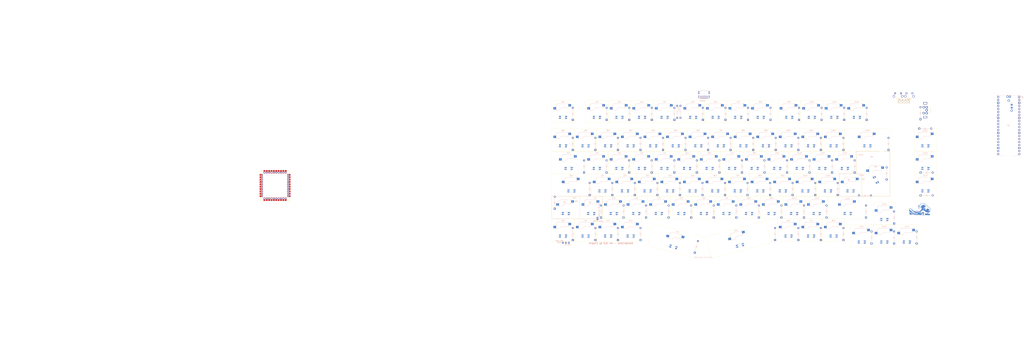
<source format=kicad_pcb>
(kicad_pcb (version 20221018) (generator pcbnew)
  (layers (0 "F.Cu" signal) (31 "B.Cu" signal) (34 "B.Paste" user) (35 "F.Paste" user) (36 "B.SilkS" user "B.Silkscreen") (37 "F.SilkS" user "F.Silkscreen") (38 "B.Mask" user) (39 "F.Mask" user) (44 "Edge.Cuts" user))
  (net 0 "")
  (net 1 "row00")
  (net 2 "Net-(DA0-A)")
  (net 3 "Net-(DA1-A)")
  (net 4 "Net-(DA2-A)")
  (net 5 "Net-(DA3-A)")
  (net 6 "Net-(DA4-A)")
  (net 7 "Net-(DA5-A)")
  (net 8 "Net-(DA6-A)")
  (net 9 "Net-(DA7-A)")
  (net 10 "Net-(DA8-A)")
  (net 11 "Net-(DA9-A)")
  (net 12 "Net-(DA10-A)")
  (net 13 "Net-(DA11-A)")
  (net 14 "Net-(DA12-A)")
  (net 15 "row01")
  (net 16 "Net-(DB0-A)")
  (net 17 "Net-(DB1-A)")
  (net 18 "Net-(DB2-A)")
  (net 19 "Net-(DB3-A)")
  (net 20 "Net-(DB4-A)")
  (net 21 "Net-(DB5-A)")
  (net 22 "Net-(DB6-A)")
  (net 23 "Net-(DB7-A)")
  (net 24 "Net-(DB8-A)")
  (net 25 "Net-(DB9-A)")
  (net 26 "Net-(DB10-A)")
  (net 27 "Net-(DB11-A)")
  (net 28 "Net-(DB12-A)")
  (net 29 "Net-(DB13-A)")
  (net 30 "Net-(DC0-A)")
  (net 31 "row02")
  (net 32 "Net-(DC1-A)")
  (net 33 "Net-(DC2-A)")
  (net 34 "Net-(DC3-A)")
  (net 35 "Net-(DC4-A)")
  (net 36 "Net-(DC5-A)")
  (net 37 "Net-(DC6-A)")
  (net 38 "Net-(DC7-A)")
  (net 39 "Net-(DC8-A)")
  (net 40 "Net-(DC9-A)")
  (net 41 "Net-(DC10-A)")
  (net 42 "Net-(DC11-A)")
  (net 43 "Net-(DC12-A)")
  (net 44 "/KC13_out")
  (net 45 "row03")
  (net 46 "Net-(DD0-A)")
  (net 47 "Net-(DD1-A)")
  (net 48 "Net-(DD2-A)")
  (net 49 "Net-(DD3-A)")
  (net 50 "Net-(DD4-A)")
  (net 51 "Net-(DD5-A)")
  (net 52 "Net-(DD6-A)")
  (net 53 "Net-(DD7-A)")
  (net 54 "Net-(DD8-A)")
  (net 55 "Net-(DD9-A)")
  (net 56 "Net-(DD10-A)")
  (net 57 "Net-(DD11-A)")
  (net 58 "/KD12_out")
  (net 59 "Net-(DD13-A)")
  (net 60 "row04")
  (net 61 "/KE0_out")
  (net 62 "Net-(DE1-A)")
  (net 63 "Net-(DE2-A)")
  (net 64 "Net-(DE3-A)")
  (net 65 "Net-(DE4-A)")
  (net 66 "Net-(DE5-A)")
  (net 67 "Net-(DE6-A)")
  (net 68 "Net-(DE7-A)")
  (net 69 "Net-(DE8-A)")
  (net 70 "Net-(DE9-A)")
  (net 71 "Net-(DE10-A)")
  (net 72 "Net-(DE11-A)")
  (net 73 "Net-(DE12-A)")
  (net 74 "row05")
  (net 75 "Net-(DE13-A)")
  (net 76 "Net-(DF0-A)")
  (net 77 "Net-(DF1-A)")
  (net 78 "Net-(DF2-A)")
  (net 79 "Net-(DF3-A)")
  (net 80 "Net-(DF4-A)")
  (net 81 "Net-(DF5-A)")
  (net 82 "Net-(DF6-A)")
  (net 83 "Net-(DF7-A)")
  (net 84 "Net-(DF8-A)")
  (net 85 "VCC")
  (net 86 "GND")
  (net 89 "ENCB")
  (net 90 "ENCA")
  (net 91 "col00")
  (net 92 "col01")
  (net 93 "col02")
  (net 94 "col03")
  (net 95 "col04")
  (net 96 "col05")
  (net 97 "col06")
  (net 98 "col07")
  (net 99 "col08")
  (net 100 "col09")
  (net 101 "col10")
  (net 102 "col11")
  (net 103 "Net-(DF9-A)")
  (net 104 "Net-(DF10-A)")
  (net 105 "/SW99B")
  (net 106 "RESET")
  (net 107 "/IN_B13")
  (net 108 "/IN_A0")
  (net 109 "/IN_A1")
  (net 110 "/IN_A2")
  (net 111 "/IN_A3")
  (net 112 "/IN_A4")
  (net 113 "/IN_A5")
  (net 114 "/IN_A6")
  (net 115 "/IN_A7")
  (net 116 "/IN_A8")
  (net 117 "/IN_A9")
  (net 118 "/IN_A10")
  (net 119 "/IN_A11")
  (net 120 "/IN_B0")
  (net 121 "/IN_C13")
  (net 122 "/IN_B1")
  (net 123 "/IN_B2")
  (net 124 "/IN_B3")
  (net 125 "/IN_B4")
  (net 126 "/IN_B5")
  (net 127 "/IN_B6")
  (net 128 "/IN_B7")
  (net 129 "/IN_B8")
  (net 130 "/IN_B9")
  (net 131 "/IN_B10")
  (net 132 "/IN_B11")
  (net 133 "/IN_B12")
  (net 134 "/IN_C0")
  (net 135 "/IN_C1")
  (net 136 "/IN_C2")
  (net 137 "/IN_D12")
  (net 138 "/IN_C3")
  (net 139 "/IN_C4")
  (net 140 "/IN_C5")
  (net 141 "/IN_C6")
  (net 142 "/IN_C7")
  (net 143 "/IN_C8")
  (net 144 "/IN_C9")
  (net 145 "/IN_C10")
  (net 146 "/IN_C11")
  (net 147 "/IN_C12")
  (net 148 "/IN_E11")
  (net 149 "/IN_D0")
  (net 150 "/IN_D1")
  (net 151 "/IN_D2")
  (net 152 "/IN_D3")
  (net 153 "/IN_D4")
  (net 154 "/IN_D5")
  (net 155 "/IN_D6")
  (net 156 "/IN_D7")
  (net 157 "/IN_D8")
  (net 158 "/IN_D11")
  (net 159 "/IN_D9")
  (net 160 "/IN_D10")
  (net 161 "/IN_D13")
  (net 162 "/IN_F0")
  (net 163 "/IN_E0")
  (net 164 "/IN_E1")
  (net 165 "/IN_E2")
  (net 166 "/IN_E3")
  (net 167 "/IN_E4")
  (net 168 "/IN_E5")
  (net 169 "/IN_E6")
  (net 170 "/IN_E7")
  (net 171 "/IN_E8")
  (net 172 "/IN_E9")
  (net 173 "/IN_E10")
  (net 174 "/IN_F12")
  (net 175 "/IN_E12")
  (net 176 "/IN_E13")
  (net 177 "/IN_F1")
  (net 178 "/IN_F2")
  (net 179 "/IN_F3")
  (net 180 "/IN_F4")
  (net 181 "/IN_F5")
  (net 182 "/IN_F6")
  (net 183 "/IN_F7")
  (net 184 "/IN_F8")
  (net 185 "/IN_F9")
  (net 186 "/IN_F10")
  (net 187 "/IN_F11")
  (net 188 "/IN_F13")
  (net 189 "+5V")
  (net 190 "RGB_Out")
  (net 191 "RGB_Matrix")
  (net 192 "Net-(DF11-A)")
  (net 193 "col13")
  (net 194 "col12")
  (net 195 "Net-(DF12-A)")
  (net 196 "D+")
  (net 197 "D-")
  (net 198 "Net-(DF13-A)")
  (net 199 "Net-(JUSB1-CC1)")
  (net 201 "Net-(JUSB1-CC2)")
  (net 205 "BOOTSEL")
  (footprint "Keyboard:SW_Cherry_MX_1.00u_SK6812MINI-E_Hotswap" (layer "F.Cu") (at 743.915 89.235)
    (fp_text reference "KD13" hide)
    (fp_text value "KEY_SW" hide)
    (fp_line (start 7.825 13.025) (end 11.225 13.025) (stroke (width 0.12)) (layer "Edge.Cuts"))
    (fp_line (start 7.825 16.025) (end 7.825 13.025) (stroke (width 0.12)) (layer "Edge.Cuts"))
    (fp_line (start 11.225 13.025) (end 11.225 16.025) (stroke (width 0.12)) (layer "Edge.Cuts"))
    (fp_line (start 11.225 16.025) (end 7.825 16.025) (stroke (width 0.12)) (layer "Edge.Cuts"))
  )
  (footprint "Keyboard:Diode_THT" (layer "F.Cu") (at 647.9275 82.9225 90)
    (fp_text reference "DA9" hide)
    (fp_text value "D" hide)
  )
  (footprint "Keyboard:Diode_THT" (layer "F.Cu") (at 696.21 147.0677)
    (fp_text reference "DD12" hide)
    (fp_text value "D" hide)
  )
  (footprint "Keyboard:conn_3pins" (layer "F.Cu") (at 449.67 185.655)
    (fp_text reference "J4")
    (fp_text value "Conn_01x03")
  )
  (footprint "Keyboard:RotaryEncoder_EC11-Switch_Horizontal_H15mm" (layer "F.Cu") (at 753.265 73.635)
    (fp_text reference "SWA13" hide)
    (fp_text value "Rotary_Encoder_Switch")
  )
  (footprint "Keyboard:SW_Cherry_MX_1.00u_SK6812MINI-E_Hotswap" (layer "F.Cu") (at 547.64 65.135)
    (fp_text reference "KA5" hide)
    (fp_text value "KEY_SW" hide)
    (fp_line (start 7.825 13.025) (end 11.225 13.025) (stroke (width 0.12)) (layer "Edge.Cuts"))
    (fp_line (start 7.825 16.025) (end 7.825 13.025) (stroke (width 0.12)) (layer "Edge.Cuts"))
    (fp_line (start 11.225 13.025) (end 11.225 16.025) (stroke (width 0.12)) (layer "Edge.Cuts"))
    (fp_line (start 11.225 16.025) (end 7.825 16.025) (stroke (width 0.12)) (layer "Edge.Cuts"))
  )
  (footprint "Keyboard:Diode_THT" (layer "F.Cu") (at 628.24 108.285 90)
    (fp_text reference "DB9" hide)
    (fp_text value "D" hide)
  )
  (footprint "Keyboard:SW_Cherry_MX_1.00u_SK6812MINI-E_Hotswap" (layer "F.Cu") (at 690.1525 170.485)
    (fp_text reference "KF9" hide)
    (fp_text value "KEY_SW" hide)
    (fp_line (start 7.825 13.025) (end 11.225 13.025) (stroke (width 0.12)) (layer "Edge.Cuts"))
    (fp_line (start 7.825 16.025) (end 7.825 13.025) (stroke (width 0.12)) (layer "Edge.Cuts"))
    (fp_line (start 11.225 13.025) (end 11.225 16.025) (stroke (width 0.12)) (layer "Edge.Cuts"))
    (fp_line (start 11.225 16.025) (end 7.825 16.025) (stroke (width 0.12)) (layer "Edge.Cuts"))
  )
  (footprint "Keyboard:Diode_THT" (layer "F.Cu") (at 685.39 184.485 90)
    (fp_text reference "DF8" hide)
    (fp_text value "D" hide)
  )
  (footprint "Keyboard:SW_Cherry_MX_1.00u_SK6812MINI-E_Hotswap" (layer "F.Cu") (at 580.615 108.285)
    (fp_text reference "KC7" hide)
    (fp_text value "KEY_SW" hide)
    (fp_line (start 7.825 13.025) (end 11.225 13.025) (stroke (width 0.12)) (layer "Edge.Cuts"))
    (fp_line (start 7.825 16.025) (end 7.825 13.025) (stroke (width 0.12)) (layer "Edge.Cuts"))
    (fp_line (start 11.225 13.025) (end 11.225 16.025) (stroke (width 0.12)) (layer "Edge.Cuts"))
    (fp_line (start 11.225 16.025) (end 7.825 16.025) (stroke (width 0.12)) (layer "Edge.Cuts"))
  )
  (footprint "Keyboard:Diode_THT" (layer "F.Cu") (at 694.915 127.335 90)
    (fp_text reference "DC12" hide)
    (fp_text value "D" hide)
  )
  (footprint "Keyboard:Diode_THT" (layer "F.Cu") (at 747.11 90.4677)
    (fp_text reference "DD13" hide)
    (fp_text value "D" hide)
  )
  (footprint "Keyboard:SW_Cherry_MX_1.00u_SK6812MINI-E_Hotswap" (layer "F.Cu") (at 652.0525 146.385)
    (fp_text reference "KE11" hide)
    (fp_text value "KEY_SW" hide)
    (fp_line (start 7.825 13.025) (end 11.225 13.025) (stroke (width 0.12)) (layer "Edge.Cuts"))
    (fp_line (start 7.825 16.025) (end 7.825 13.025) (stroke (width 0.12)) (layer "Edge.Cuts"))
    (fp_line (start 11.225 13.025) (end 11.225 16.025) (stroke (width 0.12)) (layer "Edge.Cuts"))
    (fp_line (start 11.225 16.025) (end 7.825 16.025) (stroke (width 0.12)) (layer "Edge.Cuts"))
  )
  (footprint "Keyboard:SW_RST" (layer "F.Cu") (at 730.33 59.395)
    (fp_text reference "RSW0" hide)
    (fp_text value "SW_RST")
  )
  (footprint "Keyboard:SW_Cherry_MX_1.00u_SK6812MINI-E_Hotswap" (layer "F.Cu") (at 618.715 108.285)
    (fp_text reference "KC9" hide)
    (fp_text value "KEY_SW" hide)
    (fp_line (start 7.825 13.025) (end 11.225 13.025) (stroke (width 0.12)) (layer "Edge.Cuts"))
    (fp_line (start 7.825 16.025) (end 7.825 13.025) (stroke (width 0.12)) (layer "Edge.Cuts"))
    (fp_line (start 11.225 13.025) (end 11.225 16.025) (stroke (width 0.12)) (layer "Edge.Cuts"))
    (fp_line (start 11.225 16.025) (end 7.825 16.025) (stroke (width 0.12)) (layer "Edge.Cuts"))
  )
  (footprint "Keyboard:SW_Cherry_MX_1.00u_SK6812MINI-E_Hotswap" (layer "F.Cu") (at 609.19 89.235)
    (fp_text reference "KB9" hide)
    (fp_text value "KEY_SW" hide)
    (fp_line (start 7.825 13.025) (end 11.225 13.025) (stroke (width 0.12)) (layer "Edge.Cuts"))
    (fp_line (start 7.825 16.025) (end 7.825 13.025) (stroke (width 0.12)) (layer "Edge.Cuts"))
    (fp_line (start 11.225 13.025) (end 11.225 16.025) (stroke (width 0.12)) (layer "Edge.Cuts"))
    (fp_line (start 11.225 16.025) (end 7.825 16.025) (stroke (width 0.12)) (layer "Edge.Cuts"))
  )
  (footprint "Keyboard:Diode_THT" (layer "F.Cu") (at 504.4775 82.9225 90)
    (fp_text reference "DA2" hide)
    (fp_text value "D" hide)
  )
  (footprint "Keyboard:Diode_THT" (layer "F.Cu") (at 686.0275 82.9225 90)
    (fp_text reference "DA11" hide)
    (fp_text value "D" hide)
  )
  (footprint "Keyboard:Diode_THT" (layer "F.Cu") (at 685.39 108.285 90)
    (fp_text reference "DB12" hide)
    (fp_text value "D" hide)
  )
  (footprint "Keyboard:Diode_THT" (layer "F.Cu") (at 580.615 127.335 90)
    (fp_text reference "DC6" hide)
    (fp_text value "D" hide)
  )
  (footprint "Keyboard:Diode_THT" (layer "F.Cu") (at 623.4775 146.385 90)
    (fp_text reference "DD8" hide)
    (fp_text value "D" hide)
  )
  (footprint "Keyboard:SW_Cherry_MX_1.00u_SK6812MINI-E_Hotswap" (layer "F.Cu") (at 494.895 165.435)
    (fp_text reference "KF3" hide)
    (fp_text value "KEY_SW" hide)
    (fp_line (start 7.825 13.025) (end 11.225 13.025) (stroke (width 0.12)) (layer "Edge.Cuts"))
    (fp_line (start 7.825 16.025) (end 7.825 13.025) (stroke (width 0.12)) (layer "Edge.Cuts"))
    (fp_line (start 11.225 13.025) (end 11.225 16.025) (stroke (width 0.12)) (layer "Edge.Cuts"))
    (fp_line (start 11.225 16.025) (end 7.825 16.025) (stroke (width 0.12)) (layer "Edge.Cuts"))
  )
  (footprint "Keyboard:Diode_THT" (layer "F.Cu") (at 537.7525 165.435 90)
    (fp_text reference "DE4" hide)
    (fp_text value "D" hide)
  )
  (footprint "Keyboard:Diode_THT" (layer "F.Cu") (at 485.4275 82.9225 90)
    (fp_text reference "DA1" hide)
    (fp_text value "D" hide)
  )
  (footprint "Keyboard:Diode_THT" (layer "F.Cu") (at 627.7075 184.4625 90)
    (fp_text reference "DF5" hide)
    (fp_text value "D" hide)
  )
  (footprint "Keyboard:Diode_THT" (layer "F.Cu") (at 604.4275 146.385 90)
    (fp_text reference "DD7" hide)
    (fp_text value "D" hide)
  )
  (footprint "Keyboard:SW_Cherry_MX_1.00u_SK6812MINI-E_Hotswap" (layer "F.Cu") (at 437.74 89.235)
    (fp_text reference "KB0" hide)
    (fp_text value "KEY_SW" hide)
    (fp_line (start 7.825 13.025) (end 11.225 13.025) (stroke (width 0.12)) (layer "Edge.Cuts"))
    (fp_line (start 7.825 16.025) (end 7.825 13.025) (stroke (width 0.12)) (layer "Edge.Cuts"))
    (fp_line (start 11.225 13.025) (end 11.225 16.025) (stroke (width 0.12)) (layer "Edge.Cuts"))
    (fp_line (start 11.225 16.025) (end 7.825 16.025) (stroke (width 0.12)) (layer "Edge.Cuts"))
  )
  (footprint "Keyboard:Diode_THT" (layer "F.Cu") (at 490.1275 146.385 90)
    (fp_text reference "DD1" hide)
    (fp_text value "D" hide)
  )
  (footprint "Keyboard:SW_Cherry_MX_1.00u_SK6812MINI-E_Hotswap" (layer "F.Cu") (at 485.365 108.285)
    (fp_text reference "KC2" hide)
    (fp_text value "KEY_SW" hide)
    (fp_line (start 7.825 13.025) (end 11.225 13.025) (stroke (width 0.12)) (layer "Edge.Cuts"))
    (fp_line (start 7.825 16.025) (end 7.825 13.025) (stroke (width 0.12)) (layer "Edge.Cuts"))
    (fp_line (start 11.225 13.025) (end 11.225 16.025) (stroke (width 0.12)) (layer "Edge.Cuts"))
    (fp_line (start 11.225 16.025) (end 7.825 16.025) (stroke (width 0.12)) (layer "Edge.Cuts"))
  )
  (footprint "Keyboard:SW_Cherry_MX_1.00u_SK6812MINI-E_Hotswap" (layer "F.Cu") (at 585.3775 127.335)
    (fp_text reference "KD7" hide)
    (fp_text value "KEY_SW" hide)
    (fp_line (start 7.825 13.025) (end 11.225 13.025) (stroke (width 0.12)) (layer "Edge.Cuts"))
    (fp_line (start 7.825 16.025) (end 7.825 13.025) (stroke (width 0.12)) (layer "Edge.Cuts"))
    (fp_line (start 11.225 13.025) (end 11.225 16.025) (stroke (width 0.12)) (layer "Edge.Cuts"))
    (fp_line (start 11.225 16.025) (end 7.825 16.025) (stroke (width 0.12)) (layer "Edge.Cuts"))
  )
  (footprint "Keyboard:SW_Cherry_MX_1.00u_SK6812MINI-E_Hotswap" (layer "F.Cu") (at 585.74 65.135)
    (fp_text reference "KA7" hide)
    (fp_text value "KEY_SW" hide)
    (fp_line (start 7.825 13.025) (end 11.225 13.025) (stroke (width 0.12)) (layer "Edge.Cuts"))
    (fp_line (start 7.825 16.025) (end 7.825 13.025) (stroke (width 0.12)) (layer "Edge.Cuts"))
    (fp_line (start 11.225 13.025) (end 11.225 16.025) (stroke (width 0.12)) (layer "Edge.Cuts"))
    (fp_line (start 11.225 16.025) (end 7.825 16.025) (stroke (width 0.12)) (layer "Edge.Cuts"))
  )
  (footprint "Keyboard:SW_Cherry_MX_1.00u_SK6812MINI-E_Hotswap" (layer "F.Cu") (at 504.415 108.285)
    (fp_text reference "KC3" hide)
    (fp_text value "KEY_SW" hide)
    (fp_line (start 7.825 13.025) (end 11.225 13.025) (stroke (width 0.12)) (layer "Edge.Cuts"))
    (fp_line (start 7.825 16.025) (end 7.825 13.025) (stroke (width 0.12)) (layer "Edge.Cuts"))
    (fp_line (start 11.225 13.025) (end 11.225 16.025) (stroke (width 0.12)) (layer "Edge.Cuts"))
    (fp_line (start 11.225 16.025) (end 7.825 16.025) (stroke (width 0.12)) (layer "Edge.Cuts"))
  )
  (footprint "Keyboard:Diode_THT" (layer "F.Cu") (at 523.5275 82.9225 90)
    (fp_text reference "DA3" hide)
    (fp_text value "D" hide)
  )
  (footprint "Keyboard:Diode_THT" (layer "F.Cu") (at 475.8425 184.4648 90)
    (fp_text reference "DF1" hide)
    (fp_text value "D" hide)
  )
  (footprint "Keyboard:Diode_THT" (layer "F.Cu") (at 728.2525 170.485 90)
    (fp_text reference "DF12" hide)
    (fp_text value "D" hide)
  )
  (footprint "Keyboard:Diode_THT" (layer "F.Cu") (at 575.8525 165.435 90)
    (fp_text reference "DE6" hide)
    (fp_text value "D" hide)
  )
  (footprint "Keyboard:SW_Cherry_MX_1.00u_SK6812MINI-E_Hotswap" (layer "F.Cu") (at 647.94 65.135)
    (fp_text reference "KA10" hide)
    (fp_text value "KEY_SW" hide)
    (fp_line (start 7.825 13.025) (end 11.225 13.025) (stroke (width 0.12)) (layer "Edge.Cuts"))
    (fp_line (start 7.825 16.025) (end 7.825 13.025) (stroke (width 0.12)) (layer "Edge.Cuts"))
    (fp_line (start 11.225 13.025) (end 11.225 16.025) (stroke (width 0.12)) (layer "Edge.Cuts"))
    (fp_line (start 11.225 16.025) (end 7.825 16.025) (stroke (width 0.12)) (layer "Edge.Cuts"))
  )
  (footprint "Keyboard:SW_Cherry_MX_1.00u_SK6812MINI-E_Hotswap" (layer "F.Cu") (at 542.515 108.285)
    (fp_text reference "KC5" hide)
    (fp_text value "KEY_SW" hide)
    (fp_line (start 7.825 13.025) (end 11.225 13.025) (stroke (width 0.12)) (layer "Edge.Cuts"))
    (fp_line (start 7.825 16.025) (end 7.825 13.025) (stroke (width 0.12)) (layer "Edge.Cuts"))
    (fp_line (start 11.225 13.025) (end 11.225 16.025) (stroke (width 0.12)) (layer "Edge.Cuts"))
    (fp_line (start 11.225 16.025) (end 7.825 16.025) (stroke (width 0.12)) (layer "Edge.Cuts"))
  )
  (footprint "Keyboard:Diode_THT" (layer "F.Cu") (at 585.7275 82.9225 90)
    (fp_text reference "DA6" hide)
    (fp_text value "D" hide)
  )
  (footprint "Keyboard:Diode_THT" (layer "F.Cu") (at 561.565 127.335 90)
    (fp_text reference "DC5" hide)
    (fp_text value "D" hide)
  )
  (footprint "Keyboard:Diode_THT" (layer "F.Cu") (at 604.7775 82.9225 90)
    (fp_text reference "DA7" hide)
    (fp_text value "D" hide)
  )
  (footprint "Keyboard:SW_Cherry_MX_1.00u_SK6812MINI-E_Hotswap" (layer "F.Cu") (at 728.2525 170.485)
    (fp_text reference "KF11" hide)
    (fp_text value "KEY_SW" hide)
    (fp_line (start 7.825 13.025) (end 11.225 13.025) (stroke (width 0.12)) (layer "Edge.Cuts"))
    (fp_line (start 7.825 16.025) (end 7.825 13.025) (stroke (width 0.12)) (layer "Edge.Cuts"))
    (fp_line (start 11.225 13.025) (end 11.225 16.025) (stroke (width 0.12)) (layer "Edge.Cuts"))
    (fp_line (start 11.225 16.025) (end 7.825 16.025) (stroke (width 0.12)) (layer "Edge.Cuts"))
  )
  (footprint "Keyboard:Resistors_THT" (layer "F.Cu") (at 546.43 80.115 90)
    (fp_text reference "R1" hide)
    (fp_text value "5.1k")
  )
  (footprint "Keyboard:SW_Cherry_MX_1.00u_SK6812MINI-E_Hotswap" (layer "F.Cu") (at 575.8525 146.385)
    (fp_text reference "KE7" hide)
    (fp_text value "KEY_SW" hide)
    (fp_line (start 7.825 13.025) (end 11.225 13.025) (stroke (width 0.12)) (layer "Edge.Cuts"))
    (fp_line (start 7.825 16.025) (end 7.825 13.025) (stroke (width 0.12)) (layer "Edge.Cuts"))
    (fp_line (start 11.225 13.025) (end 11.225 16.025) (stroke (width 0.12)) (layer "Edge.Cuts"))
    (fp_line (start 11.225 16.025) (end 7.825 16.025) (stroke (width 0.12)) (layer "Edge.Cuts"))
  )
  (footprint "Keyboard:SW_Cherry_MX_1.00u_SK6812MINI-E_Hotswap" (layer "F.Cu") (at 709.2025 151.435)
    (fp_text reference "KF12" hide)
    (fp_text value "KEY_SW" hide)
    (fp_line (start 7.825 13.025) (end 11.225 13.025) (stroke (width 0.12)) (layer "Edge.Cuts"))
    (fp_line (start 7.825 16.025) (end 7.825 13.025) (stroke (width 0.12)) (layer "Edge.Cuts"))
    (fp_line (start 11.225 13.025) (end 11.225 16.025) (stroke (width 0.12)) (layer "Edge.Cuts"))
    (fp_line (start 11.225 16.025) (end 7.825 16.025) (stroke (width 0.12)) (layer "Edge.Cuts"))
  )
  (footprint "Keyboard:SK6812-MINI-E_back" (layer "F.Cu") (at 711.56 132.485 -60)
    (fp_text reference "DCa13" hide)
    (fp_text value "LED_sk2812_SM" hide)
    (fp_line (start -1.7 -1.5) (end 1.7 -1.5) (stroke (width 0.12)) (layer "Edge.Cuts"))
    (fp_line (start -1.7 1.5) (end -1.7 -1.5) (stroke (width 0.12)) (layer "Edge.Cuts"))
    (fp_line (start 1.7 -1.5) (end 1.7 1.5) (stroke (width 0.12)) (layer "Edge.Cuts"))
    (fp_line (start 1.7 1.5) (end -1.7 1.5) (stroke (width 0.12)) (layer "Edge.Cuts"))
  )
  (footprint "Keyboard:Diode_THT" (layer "F.Cu") (at 721.9675 133.2725 90)
    (fp_text reference "DC13" hide)
    (fp_text value "D" hide)
  )
  (footprint "Keyboard:Diode_THT" (layer "F.Cu") (at 509.1775 146.385 90)
    (fp_text reference "DD2" hide)
    (fp_text value "D" hide)
  )
  (footprint "Keyboard:SW_Cherry_MX_1.00u_SK6812MINI-E_Hotswap" (layer "F.Cu") (at 537.7525 146.385)
    (fp_text reference "KE5" hide)
    (fp_text value "KEY_SW" hide)
    (fp_line (start 7.825 13.025) (end 11.225 13.025) (stroke (width 0.12)) (layer "Edge.Cuts"))
    (fp_line (start 7.825 16.025) (end 7.825 13.025) (stroke (width 0.12)) (layer "Edge.Cuts"))
    (fp_line (start 11.225 13.025) (end 11.225 16.025) (stroke (width 0.12)) (layer "Edge.Cuts"))
    (fp_line (start 11.225 16.025) (end 7.825 16.025) (stroke (width 0.12)) (layer "Edge.Cuts"))
  )
  (footprint "Keyboard:SW_Cherry_MX_1.00u_SK6812MINI-E_Hotswap" (layer "F.Cu") (at 532.99 89.235)
    (fp_text reference "KB5" hide)
    (fp_text value "KEY_SW" hide)
    (fp_line (start 7.825 13.025) (end 11.225 13.025) (stroke (width 0.12)) (layer "Edge.Cuts"))
    (fp_line (start 7.825 16.025) (end 7.825 13.025) (stroke (width 0.12)) (layer "Edge.Cuts"))
    (fp_line (start 11.225 13.025) (end 11.225 16.025) (stroke (width 0.12)) (layer "Edge.Cuts"))
    (fp_line (start 11.225 16.025) (end 7.825 16.025) (stroke (width 0.12)) (layer "Edge.Cuts"))
  )
  (footprint "Keyboard:Diode_THT" (layer "F.Cu") (at 633.0025 165.435 90)
    (fp_text reference "DE9" hide)
    (fp_text value "D" hide)
  )
  (footprint "Keyboard:Diode_THT" (layer "F.Cu") (at 709.1775 187.337134 90)
    (fp_text reference "DF9" hide)
    (fp_text value "D" hide)
  )
  (footprint "Keyboard:SW_Cherry_MX_1.00u_SK6812MINI-E_Hotswap" (layer "F.Cu") (at 642.5275 127.335)
    (fp_text reference "KD10" hide)
    (fp_text value "KEY_SW" hide)
    (fp_line (start 7.825 13.025) (end 11.225 13.025) (stroke (width 0.12)) (layer "Edge.Cuts"))
    (fp_line (start 7.825 16.025) (end 7.825 13.025) (stroke (width 0.12)) (layer "Edge.Cuts"))
    (fp_line (start 11.225 13.025) (end 11.225 16.025) (stroke (width 0.12)) (layer "Edge.Cuts"))
    (fp_line (start 11.225 16.025) (end 7.825 16.025) (stroke (width 0.12)) (layer "Edge.Cuts"))
  )
  (footprint "Keyboard:Diode_THT" (layer "F.Cu") (at 637.765 127.335 90)
    (fp_text reference "DC9" hide)
    (fp_text value "D" hide)
  )
  (footprint "Keyboard:SW_Cherry_MX_1.00u_SK6812MINI-E_Hotswap" (layer "F.Cu") (at 437.74 65.135)
    (fp_text reference "KA0" hide)
    (fp_text value "KEY_SW" hide)
    (fp_line (start 7.825 13.025) (end 11.225 13.025) (stroke (width 0.12)) (layer "Edge.Cuts"))
    (fp_line (start 7.825 16.025) (end 7.825 13.025) (stroke (width 0.12)) (layer "Edge.Cuts"))
    (fp_line (start 11.225 13.025) (end 11.225 16.025) (stroke (width 0.12)) (layer "Edge.Cuts"))
    (fp_line (start 11.225 16.025) (end 7.825 16.025) (stroke (width 0.12)) (layer "Edge.Cuts"))
  )
  (footprint "Keyboard:Diode_THT" (layer "F.Cu") (at 456.79 108.285 90)
    (fp_text reference "DB0" hide)
    (fp_text value "D" hide)
  )
  (footprint "Keyboard:SW_Cherry_MX_1.00u_SK6812MINI-E_Hotswap" (layer "F.Cu") (at 471.0775 127.335)
    (fp_text reference "KD1" hide)
    (fp_text value "KEY_SW" hide)
    (fp_line (start 7.825 13.025) (end 11.225 13.025) (stroke (width 0.12)) (layer "Edge.Cuts"))
    (fp_line (start 7.825 16.025) (end 7.825 13.025) (stroke (width 0.12)) (layer "Edge.Cuts"))
    (fp_line (start 11.225 13.025) (end 11.225 16.025) (stroke (width 0.12)) (layer "Edge.Cuts"))
    (fp_line (start 11.225 16.025) (end 7.825 16.025) (stroke (width 0.12)) (layer "Edge.Cuts"))
  )
  (footprint "Keyboard:SW_Cherry_MX_1.00u_SK6812MINI-E_Hotswap" (layer "F.Cu") (at 628.24 89.235)
    (fp_text reference "KB10" hide)
    (fp_text value "KEY_SW" hide)
    (fp_line (start 7.825 13.025) (end 11.225 13.025) (stroke (width 0.12)) (layer "Edge.Cuts"))
    (fp_line (start 7.825 16.025) (end 7.825 13.025) (stroke (width 0.12)) (layer "Edge.Cuts"))
    (fp_line (start 11.225 13.025) (end 11.225 16.025) (stroke (width 0.12)) (layer "Edge.Cuts"))
    (fp_line (start 11.225 16.025) (end 7.825 16.025) (stroke (width 0.12)) (layer "Edge.Cuts"))
  )
  (footprint "Keyboard:SW_Cherry_MX_1.00u_SK6812MINI-E_Hotswap" (layer "F.Cu") (at 656.815 108.285)
    (fp_text reference "KC11" hide)
    (fp_text value "KEY_SW" hide)
    (fp_line (start 7.825 13.025) (end 11.225 13.025) (stroke (width 0.12)) (layer "Edge.Cuts"))
    (fp_line (start 7.825 16.025) (end 7.825 13.025) (stroke (width 0.12)) (layer "Edge.Cuts"))
    (fp_line (start 11.225 13.025) (end 11.225 16.025) (stroke (width 0.12)) (layer "Edge.Cuts"))
    (fp_line (start 11.225 16.025) (end 7.825 16.025) (stroke (width 0.12)) (layer "Edge.Cuts"))
  )
  (footprint "Keyboard:Diode_THT" (layer "F.Cu") (at 618.715 127.335 90)
    (fp_text reference "DC8" hide)
    (fp_text value "D" hide)
  )
  (footprint "Keyboard:SW_Cherry_MX_1.00u_SK6812MINI-E_Hotswap" (layer "F.Cu") (at 456.795 165.435)
    (fp_text reference "KF1" hide)
    (fp_text value "KEY_SW" hide)
    (fp_line (start 7.825 13.025) (end 11.225 13.025) (stroke (width 0.12)) (layer "Edge.Cuts"))
    (fp_line (start 7.825 16.025) (end 7.825 13.025) (stroke (width 0.12)) (layer "Edge.Cuts"))
    (fp_line (start 11.225 13.025) (end 11.225 16.025) (stroke (width 0.12)) (layer "Edge.Cuts"))
    (fp_line (start 11.225 16.025) (end 7.825 16.025) (stroke (width 0.12)) (layer "Edge.Cuts"))
  )
  (footprint "Keyboard:SW_Cherry_MX_1.00u_SK6812MINI-E_Hotswap" (layer "F.Cu") (at 556.8025 146.385)
    (fp_text reference "KE6" hide)
    (fp_text value "KEY_SW" hide)
    (fp_line (start 7.825 13.025) (end 11.225 13.025) (stroke (width 0.12)) (layer "Edge.Cuts"))
    (fp_line (start 7.825 16.025) (end 7.825 13.025) (stroke (width 0.12)) (layer "Edge.Cuts"))
    (fp_line (start 11.225 13.025) (end 11.225 16.025) (stroke (width 0.12)) (layer "Edge.Cuts"))
    (fp_line (start 11.225 16.025) (end 7.825 16.025) (stroke (width 0.12)) (layer "Edge.Cuts"))
  )
  (footprint "Keyboard:SW_Cherry_MX_1.00u_SK6812MINI-E_Hotswap" (layer "F.Cu") (at 504.49 65.135)
    (fp_text reference "KA3" hide)
    (fp_text value "KEY_SW" hide)
    (fp_line (start 7.825 13.025) (end 11.225 13.025) (stroke (width 0.12)) (layer "Edge.Cuts"))
    (fp_line (start 7.825 16.025) (end 7.825 13.025) (stroke (width 0.12)) (layer "Edge.Cuts"))
    (fp_line (start 11.225 13.025) (end 11.225 16.025) (stroke (width 0.12)) (layer "Edge.Cuts"))
    (fp_line (start 11.225 16.025) (end 7.825 16.025) (stroke (width 0.12)) (layer "Edge.Cuts"))
  )
  (footprint "Keyboard:Diode_THT" (layer "F.Cu") (at 528.2275 146.385 90)
    (fp_text reference "DD3" hide)
    (fp_text value "D" hide)
  )
  (footprint "Keyboard:Diode_THT" (layer "F.Cu") (at 704.44 165.435 90)
    (fp_text reference "DE12" hide)
    (fp_text value "D" hide)
  )
  (footprint "Keyboard:SW_Cherry_MX_1.00u_SK6812MINI-E_Hotswap" (layer "F.Cu") (at 518.7025 146.385)
    (fp_text reference "KE4" hide)
    (fp_text value "KEY_SW" hide)
    (fp_line (start 7.825 13.025) (end 11.225 13.025) (stroke (width 0.12)) (layer "Edge.Cuts"))
    (fp_line (start 7.825 16.025) (end 7.825 13.025) (stroke (width 0.12)) (layer "Edge.Cuts"))
    (fp_line (start 11.225 13.025) (end 11.225 16.025) (stroke (width 0.12)) (layer "Edge.Cuts"))
    (fp_line (start 11.225 16.025) (end 7.825 16.025) (stroke (width 0.12)) (layer "Edge.Cuts"))
  )
  (footprint "Keyboard:Diode_THT" (layer "F.Cu") (at 485.365 127.335 90)
    (fp_text reference "DC1" hide)
    (fp_text value "D" hide)
  )
  (footprint "Keyboard:SW_Cherry_MX_1.00u_SK6812MINI-E_Hotswap" (layer "F.Cu") (at 661.5775 127.335)
    (fp_text reference "KD11" hide)
    (fp_text value "KEY_SW" hide)
    (fp_line (start 7.825 13.025) (end 11.225 13.025) (stroke (width 0.12)) (layer "Edge.Cuts"))
    (fp_line (start 7.825 16.025) (end 7.825 13.025) (stroke (width 0.12)) (layer "Edge.Cuts"))
    (fp_line (start 11.225 13.025) (end 11.225 16.025) (stroke (width 0.12)) (layer "Edge.Cuts"))
    (fp_line (start 11.225 16.025) (end 7.825 16.025) (stroke (width 0.12)) (layer "Edge.Cuts"))
  )
  (footprint "Keyboard:Diode_THT" (layer "F.Cu") (at 585.3775 146.385 90)
    (fp_text reference "DD6" hide)
    (fp_text value "D" hide)
  )
  (footprint "Keyboard:SW_Cherry_MX_1.00u_SK6812MINI-E_Hotswap" (layer "F.Cu") (at 604.4275 127.335)
    (fp_text reference "KD8" hide)
    (fp_text value "KEY_SW" hide)
    (fp_line (start 7.825 13.025) (end 11.225 13.025) (stroke (width 0.12)) (layer "Edge.Cuts"))
    (fp_line (start 7.825 16.025) (end 7.825 13.025) (stroke (width 0.12)) (layer "Edge.Cuts"))
    (fp_line (start 11.225 13.025) (end 11.225 16.025) (stroke (width 0.12)) (layer "Edge.Cuts"))
    (fp_line (start 11.225 16.025) (end 7.825 16.025) (stroke (width 0.12)) (layer "Edge.Cuts"))
  )
  (footprint "Keyboard:SW_Cherry_MX_1.00u_SK6812MINI-E_Hotswap" (layer "F.Cu") (at 437.74 165.435)
    (fp_text reference "KF0" hide)
    (fp_text value "KEY_SW" hide)
    (fp_line (start 7.825 13.025) (end 11.225 13.025) (stroke (width 0.12)) (layer "Edge.Cuts"))
    (fp_line (start 7.825 16.025) (end 7.825 13.025) (stroke (width 0.12)) (layer "Edge.Cuts"))
    (fp_line (start 11.225 13.025) (end 11.225 16.025) (stroke (width 0.12)) (layer "Edge.Cuts"))
    (fp_line (start 11.225 16.025) (end 7.825 16.025) (stroke (width 0.12)) (layer "Edge.Cuts"))
  )
  (footprint "Keyboard:Diode_THT" (layer "F.Cu") (at 666.34 108.285 90)
    (fp_text reference "DB11" hide)
    (fp_text value "D" hide)
  )
  (footprint "Keyboard:SW_Cherry_MX_1.00u_SK6812MINI-E_Hotswap" (layer "F.Cu") (at 499.6525 146.385)
    (fp_text reference "KE3" hide)
    (fp_text value "KEY_SW" hide)
    (fp_line (start 7.825 13.025) (end 11.225 13.025) (stroke (width 0.12)) (layer "Edge.Cuts"))
    (fp_line (start 7.825 16.025) (end 7.825 13.025) (stroke (width 0.12)) (layer "Edge.Cuts"))
    (fp_line (start 11.225 13.025) (end 11.225 16.025) (stroke (width 0.12)) (layer "Edge.Cuts"))
    (fp_line (start 11.225 16.025) (end 7.825 16.025) (stroke (width 0.12)) (layer "Edge.Cuts"))
  )
  (footprint "Keyboard:SW_Cherry_MX_1.00u_SK6812MINI-E_Hotswap" (layer "F.Cu") (at 709.2025 170.485)
    (fp_text reference "KF10" hide)
    (fp_text value "KEY_SW" hide)
    (fp_line (start 7.825 13.025) (end 11.225 13.025) (stroke (width 0.12)) (layer "Edge.Cuts"))
    (fp_line (start 7.825 16.025) (end 7.825 13.025) (stroke (width 0.12)) (layer "Edge.Cuts"))
    (fp_line (start 11.225 13.025) (end 11.225 16.025) (stroke (width 0.12)) (layer "Edge.Cuts"))
    (fp_line (start 11.225 16.025) (end 7.825 16.025) (stroke (width 0.12)) (layer "Edge.Cuts"))
  )
  (footprint "Keyboard:Diode_THT" (layer "F.Cu") (at 441.5627 157.995 90)
    (fp_text reference "DE0" hide)
    (fp_text value "D" hide)
  )
  (footprint "Keyboard:Diode_THT" (layer "F.Cu") (at 556.8025 165.435 90)
    (fp_text reference "DE5" hide)
    (fp_text value "D" hide)
  )
  (footprint "Keyboard:Diode_THT" (layer "F.Cu") (at 666.9775 82.9225 90)
    (fp_text reference "DA10" hide)
    (fp_text value "D" hide)
  )
  (footprint "Keyboard:Diode_THT" (layer "F.Cu") (at 471.0775 146.385 90)
    (fp_text reference "DD0" hide)
    (fp_text value "D" hide)
  )
  (footprint "Keyboard:Diode_THT" (layer "F.Cu") (at 523.465 127.335 90)
    (fp_text reference "DC3" hide)
    (fp_text value "D" hide)
  )
  (footprint "Keyboard:Diode_THT" (layer "F.Cu") (at 728.2275 187.337134 90)
    (fp_text reference "DF10" hide)
    (fp_text value "D" hide)
  )
  (footprint "Keyboard:Diode_THT" (layer "F.Cu") (at 547.2775 146.385 90)
    (fp_text reference "DD4" hide)
    (fp_text value "D" hide)
  )
  (footprint "Keyboard:SW_Cherry_MX_1.50u_SK6812MINI-E_Hotswap" (layer "F.Cu") (at 437.74 108.285)
    (fp_text reference "KC0" hide)
    (fp_text value "KEY_SW" hide)
    (fp_line (start 12.5875 13.025) (end 15.9875 13.025) (stroke (width 0.12)) (layer "Edge.Cuts"))
    (fp_line (start 12.5875 16.025) (end 12.5875 13.025) (stroke (width 0.12)) (layer "Edge.Cuts"))
    (fp_line (start 15.9875 13.025) (end 15.9875 16.025) (stroke (width 0.12)) (layer "Edge.Cuts"))
    (fp_line (start 15.9875 16.025) (end 12.5875 16.025) (stroke (width 0.12)) (layer "Edge.Cuts"))
  )
  (footprint "Keyboard:Diode_THT" (layer "F.Cu") (at 723.49 108.285 90)
    (fp_text reference "DB13" hide)
    (fp_text value "D" hide)
  )
  (footprint "Keyboard:SW_Cherry_MX_1.00u_SK6812MINI-E_Hotswap" (layer "F.Cu") (at 566.3275 127.335)
    (fp_text reference "KD6" hide)
    (fp_text value "KEY_SW" hide)
    (fp_line (start 7.825 13.025) (end 11.225 13.025) (stroke (width 0.12)) (layer "Edge.Cuts"))
    (fp_line (start 7.825 16.025) (end 7.825 13.025) (stroke (width 0.12)) (layer "Edge.Cuts"))
    (fp_line (start 11.225 13.025) (end 11.225 16.025) (stroke (width 0.12)) (layer "Edge.Cuts"))
    (fp_line (start 11.225 16.025) (end 7.825 16.025) (stroke (width 0.12)) (layer "Edge.Cuts"))
  )
  (footprint "Keyboard:SW_Cherry_MX_1.00u_SK6812MINI-E_Hotswap" (layer "F.Cu") (at 475.84 89.235)
    (fp_text reference "KB2" hide)
    (fp_text value "KEY_SW" hide)
    (fp_line (start 7.825 13.025) (end 11.225 13.025) (stroke (width 0.12)) (layer "Edge.Cuts"))
    (fp_line (start 7.825 16.025) (end 7.825 13.025) (stroke (width 0.12)) (layer "Edge.Cuts"))
    (fp_line (start 11.225 13.025) (end 11.225 16.025) (stroke (width 0.12)) (layer "Edge.Cuts"))
    (fp_line (start 11.225 16.025) (end 7.825 16.025) (stroke (width 0.12)) (layer "Edge.Cuts"))
  )
  (footprint "Keyboard:SW_Cherry_MX_1.00u_SK6812MINI-E_Hotswap" (layer "F.Cu") (at 523.465 108.285)
    (fp_text reference "KC4" hide)
    (fp_text value "KEY_SW" hide)
    (fp_line (start 7.825 13.025) (end 11.225 13.025) (stroke (width 0.12)) (layer "Edge.Cuts"))
    (fp_line (start 7.825 16.025) (end 7.825 13.025) (stroke (width 0.12)) (layer "Edge.Cuts"))
    (fp_line (start 11.225 13.025) (end 11.225 16.025) (stroke (width 0.12)) (layer "Edge.Cuts"))
    (fp_line (start 11.225 16.025) (end 7.825 16.025) (stroke (width 0.12)) (layer "Edge.Cuts"))
  )
  (footprint "Keyboard:RP2040_Stamp_THT" (layer "F.Cu") (at 204.02 137.29)
    (fp_text reference "U1")
    (fp_text value "RP2040_Stamp")
  )
  (footprint "Keyboard:Diode_THT" (layer "F.Cu") (at 456.7775 82.9225 90)
    (fp_text reference "DA0" hide)
    (fp_text value "D" hide)
  )
  (footprint "Keyboard:SW_Cherry_MX_1.75u_SK6812MINI-E_Hotswap" (layer "F.Cu") (at 437.74 127.335)
    (fp_text reference "KD0" hide)
    (fp_text value "KEY_SW" hide)
    (fp_line (start 14.96875 13.025) (end 18.36875 13.025) (stroke (width 0.12)) (layer "Edge.Cuts"))
    (fp_line (start 14.96875 16.025) (end 14.96875 13.025) (stroke (width 0.12)) (layer "Edge.Cuts"))
    (fp_line (start 18.36875 13.025) (end 18.36875 16.025) (stroke (width 0.12)) (layer "Edge.Cuts"))
    (fp_line (start 18.36875 16.025) (end 14.96875 16.025) (stroke (width 0.12)) (layer "Edge.Cuts"))
  )
  (footprint "Keyboard:SW_Cherry_MX_1.00u_SK6812MINI-E_Hotswap" (layer "F.Cu") (at 509.1775 127.335)
    (fp_text reference "KD3" hide)
    (fp_text value "KEY_SW" hide)
    (fp_line (start 7.825 13.025) (end 11.225 13.025) (stroke (width 0.12)) (layer "Edge.Cuts"))
    (fp_line (start 7.825 16.025) (end 7.825 13.025) (stroke (width 0.12)) (layer "Edge.Cuts"))
    (fp_line (start 11.225 13.025) (end 11.225 16.025) (stroke (width 0.12)) (layer "Edge.Cuts"))
    (fp_line (start 11.225 16.025) (end 7.825 16.025) (stroke (width 0.12)) (layer "Edge.Cuts"))
  )
  (footprint "Keyboard:SW_Cherry_MX_2.75u_SK6812MINI-E_Hotswap_Reversed" (layer "F.Cu") (at 567.699317 180.634028 15)
    (fp_text reference "KF5" hide)
    (fp_text value "KEY_SW" hide)
    (fp_line (start 24.49375 13.025) (end 27.89375 13.025) (stroke (width 0.12)) (layer "Edge.Cuts"))
    (fp_line (start 24.49375 16.025) (end 24.49375 13.025) (stroke (width 0.12)) (layer "Edge.Cuts"))
    (fp_line (start 27.89375 13.025) (end 27.89375 16.025) (stroke (width 0.12)) (layer "Edge.Cuts"))
    (fp_line (start 27.89375 16.025) (end 24.49375 16.025) (stroke (width 0.12)) (layer "Edge.Cuts"))
  )
  (footprint "Keyboard:Diode_THT" (layer "F.Cu") (at 559.545372 195.448136 75)
    (fp_text reference "DF4" hide)
    (fp_text value "D" hide)
  )
  (footprint "Keyboard:Diode_THT" (layer "F.Cu") (at 652.0525 165.435 90)
    (fp_text reference "DE10" hide)
    (fp_text value "D" hide)
  )
  (footprint "Keyboard:SW_Cherry_MX_1.00u_SK6812MINI-E_Hotswap" (layer "F.Cu") (at 666.34 165.435)
    (fp_text reference "KF8" hide)
    (fp_text value "KEY_SW" hide)
    (fp_line (start 7.825 13.025) (end 11.225 13.025) (stroke (width 0.12)) (layer "Edge.Cuts"))
    (fp_line (start 7.825 16.025) (end 7.825 13.025) (stroke (width 0.12)) (layer "Edge.Cuts"))
    (fp_line (start 11.225 13.025) (end 11.225 16.025) (stroke (width 0.12)) (layer "Edge.Cuts"))
    (fp_line (start 11.225 16.025) (end 7.825 16.025) (stroke (width 0.12)) (layer "Edge.Cuts"))
  )
  (footprint "Keyboard:Diode_THT" (layer "F.Cu") (at 542.5775 82.9225 90)
    (fp_text reference "DA4" hide)
    (fp_text value "D" hide)
  )
  (footprint "Keyboard:SW_Cherry_MX_1.00u_SK6812MINI-E_Hotswap" (layer "F.Cu") (at 666.99 65.135)
    (fp_text reference "KA11" hide)
    (fp_text value "KEY_SW" hide)
    (fp_line (start 7.825 13.025) (end 11.225 13.025) (stroke (width 0.12)) (layer "Edge.Cuts"))
    (fp_line (start 7.825 16.025) (end 7.825 13.025) (stroke (width 0.12)) (layer "Edge.Cuts"))
    (fp_line (start 11.225 13.025) (end 11.225 16.025) (stroke (width 0.12)) (layer "Edge.Cuts"))
    (fp_line (start 11.225 16.025) (end 7.825 16.025) (stroke (width 0.12)) (layer "Edge.Cuts"))
  )
  (footprint "Keyboard:SW_Cherry_MX_1.00u_SK6812MINI-E_Hotswap" (layer "F.Cu") (at 547.2775 127.335)
    (fp_text reference "KD5" hide)
    (fp_text value "KEY_SW" hide)
    (fp_line (start 7.825 13.025) (end 11.225 13.025) (stroke (width 0.12)) (layer "Edge.Cuts"))
    (fp_line (start 7.825 16.025) (end 7.825 13.025) (stroke (width 0.12)) (layer "Edge.Cuts"))
    (fp_line (start 11.225 13.025) (end 11.225 16.025) (stroke (width 0.12)) (layer "Edge.Cuts"))
    (fp_line (start 11.225 16.025) (end 7.825 16.025) (stroke (width 0.12)) (layer "Edge.Cuts"))
  )
  (footprint "Keyboard:SW_Cherry_MX_1.00u_SK6812MINI-E_Hotswap" (layer "F.Cu") (at 628.89 65.135)
    (fp_text reference "KA9" hide)
    (fp_text value "KEY_SW" hide)
    (fp_line (start 7.825 13.025) (end 11.225 13.025) (stroke (width 0.12)) (layer "Edge.Cuts"))
    (fp_line (start 7.825 16.025) (end 7.825 13.025) (stroke (width 0.12)) (layer "Edge.Cuts"))
    (fp_line (start 11.225 13.025) (end 11.225 16.025) (stroke (width 0.12)) (layer "Edge.Cuts"))
    (fp_line (start 11.225 16.025) (end 7.825 16.025) (stroke (width 0.12)) (layer "Edge.Cuts"))
  )
  (footprint "Keyboard:Diode_THT" (layer "F.Cu") (at 542.515 127.335 90)
    (fp_text reference "DC4" hide)
    (fp_text value "D" hide)
  )
  (footprint "Keyboard:SW_Cherry_MX_1.00u_SK6812MINI-E_Hotswap" (layer "F.Cu") (at 594.9025 146.385)
    (fp_text reference "KE8" hide)
    (fp_text value "KEY_SW" hide)
    (fp_line (start 7.825 13.025) (end 11.225 13.025) (stroke (width 0.12)) (layer "Edge.Cuts"))
    (fp_line (start 7.825 16.025) (end 7.825 13.025) (stroke (width 0.12)) (layer "Edge.Cuts"))
    (fp_line (start 11.225 13.025) (end 11.225 16.025) (stroke (width 0.12)) (layer "Edge.Cuts"))
    (fp_line (start 11.225 16.025) (end 7.825 16.025) (stroke (width 0.12)) (layer "Edge.Cuts"))
  )
  (footprint "Keyboard:SW_Cherry_MX_1.00u_SK6812MINI-E_Hotswap" (layer "F.Cu") (at 494.89 89.235)
    (fp_text reference "KB3" hide)
    (fp_text value "KEY_SW" hide)
    (fp_line (start 7.825 13.025) (end 11.225 13.025) (stroke (width 0.12)) (layer "Edge.Cuts"))
    (fp_line (start 7.825 16.025) (end 7.825 13.025) (stroke (width 0.12)) (layer "Edge.Cuts"))
    (fp_line (start 11.225 13.025) (end 11.225 16.025) (stroke (width 0.12)) (layer "Edge.Cuts"))
    (fp_line (start 11.225 16.025) (end 7.825 16.025) (stroke (width 0.12)) (layer "Edge.Cuts"))
  )
  (footprint "Keyboard:Diode_THT" (layer "F.Cu") (at 499.6525 165.435 90)
    (fp_text reference "DE2" hide)
    (fp_text value "D" hide)
  )
  (footprint "Keyboard:Diode_THT" (layer "F.Cu") (at 680.6275 146.385 90)
    (fp_text reference "DD11" hide)
    (fp_text value "D" hide)
  )
  (footprint "Keyboard:SW_Cherry_MX_1.00u_SK6812MINI-E_Hotswap" (layer "F.Cu") (at 561.565 108.285)
    (fp_text reference "KC6" hide)
    (fp_text value "KEY_SW" hide)
    (fp_line (start 7.825 13.025) (end 11.225 13.025) (stroke (width 0.12)) (layer "Edge.Cuts"))
    (fp_line (start 7.825 16.025) (end 7.825 13.025) (stroke (width 0.12)) (layer "Edge.Cuts"))
    (fp_line (start 11.225 13.025) (end 11.225 16.025) (stroke (width 0.12)) (layer "Edge.Cuts"))
    (fp_line (start 11.225 16.025) (end 7.825 16.025) (stroke (width 0.12)) (layer "Edge.Cuts"))
  )
  (footprint "Keyboard:SW_Cherry_MX_1.00u_SK6812MINI-E_Hotswap" (layer "F.Cu") (at 590.14 89.235)
    (fp_text reference "KB8" hide)
    (fp_text value "KEY_SW" hide)
    (fp_line (start 7.825 13.025) (end 11.225 13.025) (stroke (width 0.12)) (layer "Edge.Cuts"))
    (fp_line (start 7.825 16.025) (end 7.825 13.025) (stroke (width 0.12)) (layer "Edge.Cuts"))
    (fp_line (start 11.225 13.025) (end 11.225 16.025) (stroke (width 0.12)) (layer "Edge.Cuts"))
    (fp_line (start 11.225 16.025) (end 7.825 16.025) (stroke (width 0.12)) (layer "Edge.Cuts"))
  )
  (footprint "Keyboard:Diode_THT" (layer "F.Cu") (at 494.8875 184.4925 90)
    (fp_text reference "DF2" hide)
    (fp_text value "D" hide)
  )
  (footprint "Keyboard:SW_Cherry_MX_1.00u_SK6812MINI-E_Hotswap" (layer "F.Cu") (at 466.39 65.135)
    (fp_text reference "KA1" hide)
    (fp_text value "KEY_SW" hide)
    (fp_line (start 7.825 13.025) (end 11.225 13.025) (stroke (width 0.12)) (layer "Edge.Cuts"))
    (fp_line (start 7.825 16.025) (end 7.825 13.025) (stroke (width 0.12)) (layer "Edge.Cuts"))
    (fp_line (start 11.225 13.025) (end 11.225 16.025) (stroke (width 0.12)) (layer "Edge.Cuts"))
    (fp_line (start 11.225 16.025) (end 7.825 16.025) (stroke (width 0.12)) (layer "Edge.Cuts"))
  )
  (footprint "Keyboard:SW_RST" (layer "F.Cu") (at 739.91 59.405)
    (fp_text reference "RSW1" hide)
    (fp_text value "SW_RST")
  )
  (footprint "Keyboard:SW_Cherry_MX_1.00u_SK6812MINI-E_Hotswap" (layer "F.Cu") (at 686.04 65.135)
    (fp_text reference "KA12" hide)
    (fp_text value "KEY_SW" hide)
    (fp_line (start 7.825 13.025) (end 11.225 13.025) (stroke (width 0.12)) (layer "Edge.Cuts"))
    (fp_line (start 7.825 16.025) (end 7.825 13.025) (stroke (width 0.12)) (layer "Edge.Cuts"))
    (fp_line (start 11.225 13.025) (end 11.225 16.025) (stroke (width 0.12)) (layer "Edge.Cuts"))
    (fp_line (start 11.225 16.025) (end 7.825 16.025) (stroke (width 0.12)) (layer "Edge.Cuts"))
  )
  (footprint "Keyboard:Diode_THT" (layer "F.Cu") (at 747.2775 187.337134 90)
    (fp_text reference "DF11" hide)
    (fp_text value "D" hide)
  )
  (footprint "Keyboard:SW_Cherry_MX_1.00u_SK6812MINI-E_Hotswap" (layer "F.Cu") (at 604.79 65.135)
    (fp_text reference "KA8" hide)
    (fp_text value "KEY_SW" hide)
    (fp_line (start 7.825 13.025) (end 11.225 13.025) (stroke (width 0.12)) (layer "Edge.Cuts"))
    (fp_line (start 7.825 16.025) (end 7.825 13.025) (stroke (width 0.12)) (layer "Edge.Cuts"))
    (fp_line (start 11.225 13.025) (end 11.225 16.025) (stroke (width 0.12)) (layer "Edge.Cuts"))
    (fp_line (start 11.225 16.025) (end 7.825 16.025) (stroke (width 0.12)) (layer "Edge.Cuts"))
  )
  (footprint "Keyboard:Diode_THT" (layer "F.Cu") (at 456.7927 184.475 90)
    (fp_text reference "DF0" hide)
    (fp_text value "D" hide)
  )
  (footprint "Keyboard:SW_Cherry_MX_1.00u_SK6812MINI-E_Hotswap" (layer "F.Cu") (at 480.6025 146.385)
    (fp_text reference "KE2" hide)
    (fp_text value "KEY_SW" hide)
    (fp_line (start 7.825 13.025) (end 11.225 13.025) (stroke (width 0.12)) (layer "Edge.Cuts"))
    (fp_line (start 7.825 16.025) (end 7.825 13.025) (stroke (width 0.12)) (layer "Edge.Cuts"))
    (fp_line (start 11.225 13.025) (end 11.225 16.025) (stroke (width 0.12)) (layer "Edge.Cuts"))
    (fp_line (start 11.225 16.025) (end 7.825 16.025) (stroke (width 0.12)) (layer "Edge.Cuts"))
  )
  (footprint "Keyboard:Diode_THT" (layer "F.Cu") (at 494.89 108.285 90)
    (fp_text reference "DB2" hide)
    (fp_text value "D" hide)
  )
  (footprint "Keyboard:Diode_THT" (layer "F.Cu") (at 666.34 184.485 90)
    (fp_text reference "DF7" hide)
    (fp_text value "D" hide)
  )
  (footprint "Keyboard:Diode_THT" (layer "F.Cu") (at 532.99 108.285 90)
    (fp_text reference "DB4" hide)
    (fp_text value "D" hide)
  )
  (footprint "Keyboard:SW_Cherry_MX_1.00u_SK6812MINI-E_Hotswap" (layer "F.Cu") (at 743.915 108.285)
    (fp_text reference "KE13" hide)
    (fp_text value "KEY_SW" hide)
    (fp_line (start 7.825 13.025) (end 11.225 13.025) (stroke (width 0.12)) (layer "Edge.Cuts"))
    (fp_line (start 7.825 16.025) (end 7.825 13.025) (stroke (width 0.12)) (layer "Edge.Cuts"))
    (fp_line (start 11.225 13.025) (end 11.225 16.025) (stroke (width 0.12)) (layer "Edge.Cuts"))
    (fp_line (start 11.225 16.025) (end 7.825 16.025) (stroke (width 0.12)) (layer "Edge.Cuts"))
  )
  (footprint "Keyboard:SW_Cherry_MX_1.00u_SK6812MINI-E_Hotswap" (layer "F.Cu") (at 599.665 108.285)
    (fp_text reference "KC8" hide)
    (fp_text value "KEY_SW" hide)
    (fp_line (start 7.825 13.025) (end 11.225 13.025) (stroke (width 0.12)) (layer "Edge.Cuts"))
    (fp_line (start 7.825 16.025) (end 7.825 13.025) (stroke (width 0.12)) (layer "Edge.Cuts"))
    (fp_line (start 11.225 13.025) (end 11.225 16.025) (stroke (width 0.12)) (layer "Edge.Cuts"))
    (fp_line (start 11.225 16.025) (end 7.825 16.025) (stroke (width 0.12)) (layer "Edge.Cuts"))
  )
  (footprint "Keyboard:Diode_THT" (layer "F.Cu") (at 566.6775 82.9225 90)
    (fp_text reference "DA5" hide)
    (fp_text value "D" hide)
  )
  (footprint "Keyboard:Diode_THT" (layer "F.Cu") (at 647.29 108.285 90)
    (fp_text reference "DB10" hide)
    (fp_text value "D" hide)
  )
  (footprint "Keyboard:SW_Cherry_MX_1.00u_SK6812MINI-E_Hotswap" (layer "F.Cu") (at 528.2275 127.335)
    (fp_text reference "KD4" hide)
    (fp_text value "KEY_SW" hide)
    (fp_line (start 7.825 13.025) (end 11.225 13.025) (stroke (width 0.12)) (layer "Edge.Cuts"))
    (fp_line (start 7.825 16.025) (end 7.825 13.025) (stroke (width 0.12)) (layer "Edge.Cuts"))
    (fp_line (start 11.225 13.025) (end 11.225 16.025) (stroke (width 0.12)) (layer "Edge.Cuts"))
    (fp_line (start 11.225 16.025) (end 7.825 16.025) (stroke (width 0.12)) (layer "Edge.Cuts"))
  )
  (footprint "Keyboard:Diode_THT" (layer "F.Cu") (at 480.6025 165.435 90)
    (fp_text reference "DE1" hide)
    (fp_text value "D" hide)
  )
  (footprint "Keyboard:Diode_THT" (layer "F.Cu") (at 552.04 108.285 90)
    (fp_text reference "DB5" hide)
    (fp_text value "D" hide)
  )
  (footprint "Keyboard:Diode_THT" (layer "F.Cu") (at 466.315 127.335 90)
    (fp_text reference "DC0" hide)
    (fp_text value "D" hide)
  )
  (footprint "Keyboard:SW_Cherry_MX_1.00u_SK6812MINI-E_Hotswap" (layer "F.Cu") (at 647.29 89.235)
    (fp_text reference "KB11" hide)
    (fp_text value "KEY_SW" hide)
    (fp_line (start 7.825 13.025) (end 11.225 13.025) (stroke (width 0.12)) (layer "Edge.Cuts"))
    (fp_line (start 7.825 16.025) (end 7.825 13.025) (stroke (width 0.12)) (layer "Edge.Cuts"))
    (fp_line (start 11.225 13.025) (end 11.225 16.025) (stroke (width 0.12)) (layer "Edge.Cuts"))
    (fp_line (start 11.225 16.025) (end 7.825 16.025) (stroke (width 0.12)) (layer "Edge.Cuts"))
  )
  (footprint "Keyboard:SW_Cherry_MX_1.00u_SK6812MINI-E_Hotswap" (layer "F.Cu") (at 647.29 165.435)
    (fp_text reference "KF7" hide)
    (fp_text value "KEY_SW" hide)
    (fp_line (start 7.825 13.025) (end 11.225 13.025) (stroke (width 0.12)) (layer "Edge.Cuts"))
    (fp_line (start 7.825 16.025) (end 7.825 13.025) (stroke (width 0.12)) (layer "Edge.Cuts"))
    (fp_line (start 11.225 13.025) (end 11.225 16.025) (stroke (width 0.12)) (layer "Edge.Cuts"))
    (fp_line (start 11.225 16.025) (end 7.825 16.025) (stroke (width 0.12)) (layer "Edge.Cuts"))
  )
  (footprint "Keyboard:SW_Cherry_MX_1.25u_SK6812MINI-E_Hotswap" (layer "F.Cu") (at 437.74 146.385)
    (fp_text reference "KE0" hide)
    (fp_text value "KEY_SW" hide)
    (fp_line (start 10.20625 13.025) (end 13.60625 13.025) (stroke (width 0.12)) (layer "Edge.Cuts"))
    (fp_line (start 10.20625 16.025) (end 10.20625 13.025) (stroke (width 0.12)) (layer "Edge.Cuts"))
    (fp_line (start 13.60625 13.025) (end 13.60625 16.025) (stroke (width 0.12)) (layer "Edge.Cuts"))
    (fp_line (start 13.60625 16.025) (end 10.20625 16.025) (stroke (width 0.12)) (layer "Edge.Cuts"))
  )
  (footprint "Keyboard:SW_Cherry_MX_1.00u_SK6812MINI-E_Hotswap" (layer "F.Cu") (at 466.315 108.285)
    (fp_text reference "KC1" hide)
    (fp_text value "KEY_SW" hide)
    (fp_line (start 7.825 13.025) (end 11.225 13.025) (stroke (width 0.12)) (layer "Edge.Cuts"))
    (fp_line (start 7.825 16.025) (end 7.825 13.025) (stroke (width 0.12)) (layer "Edge.Cuts"))
    (fp_line (start 11.225 13.025) (end 11.225 16.025) (stroke (width 0.12)) (layer "Edge.Cuts"))
    (fp_line (start 11.225 16.025) (end 7.825 16.025) (stroke (width 0.12)) (layer "Edge.Cuts"))
  )
  (footprint "Keyboard:Diode_THT" (layer "F.Cu") (at 705.0775 82.9225 90)
    (fp_text reference "DA12" hide)
    (fp_text value "D" hide)
  )
  (footprint "Keyboard:SW_Cherry_MX_1.00u_SK6812MINI-E_Hotswap" (layer "F.Cu") (at 461.5525 146.385)
    (fp_text reference "KE1" hide)
    (fp_text value "KEY_SW" hide)
    (fp_line (start 7.825 13.025) (end 11.225 13.025) (stroke (width 0.12)) (layer "Edge.Cuts"))
    (fp_line (start 7.825 16.025) (end 7.825 13.025) (stroke (width 0.12)) (layer "Edge.Cuts"))
    (fp_line (start 11.225 13.025) (end 11.225 16.025) (stroke (width 0.12)) (layer "Edge.Cuts"))
    (fp_line (start 11.225 16.025) (end 7.825 16.025) (stroke (width 0.12)) (layer "Edge.Cuts"))
  )
  (footprint "Keyboard:SW_Cherry_MX_2.25u_ISO_Hotswap" (layer "F.Cu") (at 694.915 108.285)
    (fp_text reference "KC13" hide)
    (fp_text value "KEY_SW")
  )
  (footprint "Keyboard:SW_Cherry_MX_2.00u_SK6812MINI-E_Hotswap" (layer "F.Cu") (at 685.39 89.235)
    (fp_text reference "KB13" hide)
    (fp_text value "KEY_SW" hide)
    (fp_line (start 17.35 13.025) (end 20.75 13.025) (stroke (width 0.12)) (layer "Edge.Cuts"))
    (fp_line (start 17.35 16.025) (end 17.35 13.025) (stroke (width 0.12)) (layer "Edge.Cuts"))
    (fp_line (start 20.75 13.025) (end 20.75 16.025) (stroke (width 0.12)) (layer "Edge.Cuts"))
    (fp_line (start 20.75 16.025) (end 17.35 16.025) (stroke (width 0.12)) (layer "Edge.Cuts"))
  )
  (footprint "Keyboard:SW_Cherry_MX_2.25u_SK6812MINI-E_Hotswap_Reversed" (layer "F.Cu") (at 523.553687 169.540396 -15)
    (fp_text reference "KF4" hide)
    (fp_text value "KEY_SW" hide)
    (fp_line (start 19.73125 13.025) (end 23.13125 13.025) (stroke (width 0.12)) (layer "Edge.Cuts"))
    (fp_line (start 19.73125 16.025) (end 19.73125 13.025) (stroke (width 0.12)) (layer "Edge.Cuts"))
    (fp_line (start 23.13125 13.025) (end 23.13125 16.025) (stroke (width 0.12)) (layer "Edge.Cuts"))
    (fp_line (start 23.13125 16.025) (end 19.73125 16.025) (stroke (width 0.12)) (layer "Edge.Cuts"))
  )
  (footprint "Keyboard:SW_Cherry_MX_1.00u_SK6812MINI-E_Hotswap" (layer "F.Cu") (at 523.54 65.135)
    (fp_text reference "KA4" hide)
    (fp_text value "KEY_SW" hide)
    (fp_line (start 7.825 13.025) (end 11.225 13.025) (stroke (width 0.12)) (layer "Edge.Cuts"))
    (fp_line (start 7.825 16.025) (end 7.825 13.025) (stroke (width 0.12)) (layer "Edge.Cuts"))
    (fp_line (start 11.225 13.025) (end 11.225 16.025) (stroke (width 0.12)) (layer "Edge.Cuts"))
    (fp_line (start 11.225 16.025) (end 7.825 16.025) (stroke (width 0.12)) (layer "Edge.Cuts"))
  )
  (footprint "Keyboard:SW_Cherry_MX_1.00u_SK6812MINI-E_Hotswap" (layer "F.Cu") (at 675.865 108.285)
    (fp_text reference "KC12" hide)
    (fp_text value "KEY_SW" hide)
    (fp_line (start 7.825 13.025) (end 11.225 13.025) (stroke (width 0.12)) (layer "Edge.Cuts"))
    (fp_line (start 7.825 16.025) (end 7.825 13.025) (stroke (width 0.12)) (layer "Edge.Cuts"))
    (fp_line (start 11.225 13.025) (end 11.225 16.025) (stroke (width 0.12)) (layer "Edge.Cuts"))
    (fp_line (start 11.225 16.025) (end 7.825 16.025) (stroke (width 0.12)) (layer "Edge.Cuts"))
  )
  (footprint "Keyboard:SW_Cherry_MX_1.00u_SK6812MINI-E_Hotswap" (layer "F.Cu") (at 666.34 89.235)
    (fp_text reference "KB12" hide)
    (fp_text value "KEY_SW" hide)
    (fp_line (start 7.825 13.025) (end 11.225 13.025) (stroke (width 0.12)) (layer "Edge.Cuts"))
    (fp_line (start 7.825 16.025) (end 7.825 13.025) (stroke (width 0.12)) (layer "Edge.Cuts"))
    (fp_line (start 11.225 13.025) (end 11.225 16.025) (stroke (width 0.12)) (layer "Edge.Cuts"))
    (fp_line (start 11.225 16.025) (end 7.825 16.025) (stroke (width 0.12)) (layer "Edge.Cuts"))
  )
  (footprint "Keyboard:SW_Cherry_MX_1.00u_SK6812MINI-E_Hotswap" (layer "F.Cu") (at 513.94 89.235)
    (fp_text reference "KB4" hide)
    (fp_text value "KEY_SW" hide)
    (fp_line (start 7.825 13.025) (end 11.225 13.025) (stroke (width 0.12)) (layer "Edge.Cuts"))
    (fp_line (start 7.825 16.025) (end 7.825 13.025) (stroke (width 0.12)) (layer "Edge.Cuts"))
    (fp_line (start 11.225 13.025) (end 11.225 16.025) (stroke (width 0.12)) (layer "Edge.Cuts"))
    (fp_line (start 11.225 16.025) (end 7.825 16.025) (stroke (width 0.12)) (layer "Edge.Cuts"))
  )
  (footprint "Keyboard:SW_Cherry_MX_1.00u_SK6812MINI-E_Hotswap" (layer "F.Cu") (at 552.04 89.235)
    (fp_text reference "KB6" hide)
    (fp_text value "KEY_SW" hide)
    (fp_line (start 7.825 13.025) (end 11.225 13.025) (stroke (width 0.12)) (layer "Edge.Cuts"))
    (fp_line (start 7.825 16.025) (end 7.825 13.025) (stroke (width 0.12)) (layer "Edge.Cuts"))
    (fp_line (start 11.225 13.025) (end 11.225 16.025) (stroke (width 0.12)) (layer "Edge.Cuts"))
    (fp_line (start 11.225 16.025) (end 7.825 16.025) (stroke (width 0.12)) (layer "Edge.Cuts"))
  )
  (footprint "Keyboard:conn_4pins" (layer "F.Cu") (at 739.09 66.385 180)
    (fp_text reference "JUSB2" hide)
    (fp_text value "USB Breakout" hide)
  )
  (footprint "Keyboard:Diode_THT" (layer "F.Cu") (at 571.09 108.285 90)
    (fp_text reference "DB6" hide)
    (fp_text value "D" hide)
  )
  (footprint "Keyboard:Diode_THT" (layer "F.Cu") (at 513.9527 184.475 90)
    (fp_text reference "DF3" hide)
    (fp_text value "D" hide)
  )
  (footprint "Keyboard:SW_Cherry_MX_1.00u_SK6812MINI-E_Hotswap" (layer "F.Cu") (at 566.69 65.135)
    (fp_text reference "KA6" hide)
    (fp_text value "KEY_SW" hide)
    (fp_line (start 7.825 13.025) (end 11.225 13.025) (stroke (width 0.12)) (layer "Edge.Cuts"))
    (fp_line (start 7.825 16.025) (end 7.825 13.025) (stroke (width 0.12)) (layer "Edge.Cuts"))
    (fp_line (start 11.225 13.025) (end 11.225 16.025) (stroke (width 0.12)) (layer "Edge.Cuts"))
    (fp_line (start 11.225 16.025) (end 7.825 16.025) (stroke (width 0.12)) (layer "Edge.Cuts"))
  )
  (footprint "Keyboard:SW_Cherry_MX_1.00u_SK6812MINI-E_Hotswap" (layer "F.Cu") (at 485.44 65.135)
    (fp_text reference "KA2" hide)
    (fp_text value "KEY_SW" hide)
    (fp_line (start 7.825 13.025) (end 11.225 13.025) (stroke (width 0.12)) (layer "Edge.Cuts"))
    (fp_line (start 7.825 16.025) (end 7.825 13.025) (stroke (width 0.12)) (layer "Edge.Cuts"))
    (fp_line (start 11.225 13.025) (end 11.225 16.025) (stroke (width 0.12)) (layer "Edge.Cuts"))
    (fp_line (start 11.225 16.025) (end 7.825 16.025) (stroke (width 0.12)) (layer "Edge.Cuts"))
  )
  (footprint "Keyboard:Diode_THT" (layer "F.Cu") (at 518.7025 165.435 90)
    (fp_text reference "DE3" hide)
    (fp_text value "D" hide)
  )
  (footprint "Keyboard:Diode_THT" (layer "F.Cu") (at 750.5727 82.395 90)
    (fp_text reference "DA13" hide)
    (fp_text value "D" hide)
  )
  (footprint "Keyboard:Diode_THT" (layer "F.Cu") (at 590.14 108.285 90)
    (fp_text reference "DB7" hide)
    (fp_text value "D" hide)
  )
  (footprint "Keyboard:SW_Cherry_MX_1.00u_SK6812MINI-E_Hotswap" (layer "F.Cu") (at 475.845 165.435)
    (fp_text reference "KF2" hide)
    (fp_text value "KEY_SW" hide)
    (fp_line (start 7.825 13.025) (end 11.225 13.025) (stroke (width 0.12)) (layer "Edge.Cuts"))
    (fp_line (start 7.825 16.025) (end 7.825 13.025) (stroke (width 0.12)) (layer "Edge.Cuts"))
    (fp_line (start 11.225 13.025) (end 11.225 16.025) (stroke (width 0.12)) (layer "Edge.Cuts"))
    (fp_line (start 11.225 16.025) (end 7.825 16.025) (stroke (width 0.12)) (layer "Edge.Cuts"))
  )
  (footprint "Keyboard:SW_Cherry_MX_1.00u_SK6812MINI-E_Hotswap" (layer "F.Cu") (at 490.1275 127.335)
    (fp_text reference "KD2" hide)
    (fp_text value "KEY_SW" hide)
    (fp_line (start 7.825 13.025) (end 11.225 13.025) (stroke (width 0.12)) (layer "Edge.Cuts"))
    (fp_line (start 7.825 16.025) (end 7.825 13.025) (stroke (width 0.12)) (layer "Edge.Cuts"))
    (fp_line (start 11.225 13.025) (end 11.225 16.025) (stroke (width 0.12)) (layer "Edge.Cuts"))
    (fp_line (start 11.225 16.025) (end 7.825 16.025) (stroke (width 0.12)) (layer "Edge.Cuts"))
  )
  (footprint "Keyboard:SW_Cherry_MX_1.00u_SK6812MINI-E_Hotswap" (layer "F.Cu") (at 743.915 127.335)
    (fp_text reference "KF13" hide)
    (fp_text value "KEY_SW" hide)
    (fp_line (start 7.825 13.025) (end 11.225 13.025) (stroke (width 0.12)) (layer "Edge.Cuts"))
    (fp_line (start 7.825 16.025) (end 7.825 13.025) (stroke (width 0.12)) (layer "Edge.Cuts"))
    (fp_line (start 11.225 13.025) (end 11.225 16.025) (stroke (width 0.12)) (layer "Edge.Cuts"))
    (fp_line (start 11.225 16.025) (end 7.825 16.025) (stroke (width 0.12)) (layer "Edge.Cuts"))
  )
  (footprint "Keyboard:SW_Cherry_MX_1.00u_SK6812MINI-E_Hotswap" (layer "F.Cu") (at 571.09 89.235)
    (fp_text reference "KB7" hide)
    (fp_text value "KEY_SW" hide)
    (fp_line (start 7.825 13.025) (end 11.225 13.025) (stroke (width 0.12)) (layer "Edge.Cuts"))
    (fp_line (start 7.825 16.025) (end 7.825 13.025) (stroke (width 0.12)) (layer "Edge.Cuts"))
    (fp_line (start 11.225 13.025) (end 11.225 16.025) (stroke (width 0.12)) (layer "Edge.Cuts"))
    (fp_line (start 11.225 16.025) (end 7.825 16.025) (stroke (width 0.12)) (layer "Edge.Cuts"))
  )
  (footprint "Keyboard:SW_Cherry_MX_1.00u_SK6812MINI-E_Hotswap" (layer "F.Cu") (at 633.0025 146.385)
    (fp_text reference "KE10" hide)
    (fp_text value "KEY_SW" hide)
    (fp_line (start 7.825 13.025) (end 11.225 13.025) (stroke (width 0.12)) (layer "Edge.Cuts"))
    (fp_line (start 7.825 16.025) (end 7.825 13.025) (stroke (width 0.12)) (layer "Edge.Cuts"))
    (fp_line (start 11.225 13.025) (end 11.225 16.025) (stroke (width 0.12)) (layer "Edge.Cuts"))
    (fp_line (start 11.225 16.025) (end 7.825 16.025) (stroke (width 0.12)) (layer "Edge.Cuts"))
  )
  (footprint "Keyboard:Diode_THT" (layer "F.Cu") (at 671.1025 165.435 90)
    (fp_text reference "DE11" hide)
    (fp_text value "D" hide)
  )
  (footprint "Keyboard:Diode_THT" (layer "F.Cu") (at 623.8275 82.9225 90)
    (fp_text reference "DA8" hide)
    (fp_text value "D" hide)
  )
  (footprint "Keyboard:Diode_THT" (layer "F.Cu") (at 642.5275 146.385 90)
    (fp_text reference "DD9" hide)
    (fp_text value "D" hide)
  )
  (footprint "Keyboard:Diode_THT" (layer "F.Cu") (at 613.9525 165.435 90)
    (fp_text reference "DE8" hide)
    (fp_text value "D" hide)
  )
  (footprint "Keyboard:Resistors_THT" (layer "F.Cu") (at 543.73 80.125 90)
    (fp_text reference "R2" hide)
    (fp_text value "5.1k")
  )
  (footprint "Keyboard:SW_Cherry_MX_1.00u_SK6812MINI-E_Hotswap" (layer "F.Cu") (at 456.79 89.235)
    (fp_text reference "KB1" hide)
    (fp_text value "KEY_SW" hide)
    (fp_line (start 7.825 13.025) (end 11.225 13.025) (stroke (width 0.12)) (layer "Edge.Cuts"))
    (fp_line (start 7.825 16.025) (end 7.825 13.025) (stroke (width 0.12)) (layer "Edge.Cuts"))
    (fp_line (start 11.225 13.025) (end 11.225 16.025) (stroke (width 0.12)) (layer "Edge.Cuts"))
    (fp_line (start 11.225 16.025) (end 7.825 16.025) (stroke (width 0.12)) (layer "Edge.Cuts"))
  )
  (footprint "Keyboard:Diode_THT" (layer "F.Cu") (at 748.3 146.9377)
    (fp_text reference "DF13" hide)
    (fp_text value "D" hide)
  )
  (footprint "Keyboard:Diode_THT" (layer "F.Cu") (at 599.665 127.335 90)
    (fp_text reference "DC7" hide)
    (fp_text value "D" hide)
  )
  (footprint "Keyboard:Diode_THT" (layer "F.Cu") (at 748.2925 127.5725)
    (fp_text reference "DE13" hide)
    (fp_text value "D" hide)
  )
  (footprint "Keyboard:SW_Cherry_MX_1.00u_SK6812MINI-E_Hotswap" (layer "F.Cu") (at 680.6275 127.335)
    (fp_text reference "KD12" hide)
    (fp_text value "KEY_SW" hide)
    (fp_line (start 7.825 13.025) (end 11.225 13.025) (stroke (width 0.12)) (layer "Edge.Cuts"))
    (fp_line (start 7.825 16.025) (end 7.825 13.025) (stroke (width 0.12)) (layer "Edge.Cuts"))
    (fp_line (start 11.225 13.025) (end 11.225 16.025) (stroke (width 0.12)) (layer "Edge.Cuts"))
    (fp_line (start 11.225 16.025) (end 7.825 16.025) (stroke (width 0.12)) (layer "Edge.Cuts"))
  )
  (footprint "Keyboard:Diode_THT" (layer "F.Cu") (at 475.84 108.285 90)
    (fp_text reference "DB1" hide)
    (fp_text value "D" hide)
  )
  (footprint "Keyboard:Diode_THT" (layer "F.Cu") (at 661.5775 146.385 90)
    (fp_text reference "DD10" hide)
    (fp_text value "D" hide)
  )
  (footprint "Keyboard:Diode_THT" (layer "F.Cu") (at 566.3275 146.385 90)
    (fp_text reference "DD5" hide)
    (fp_text value "D" hide)
  )
  (footprint "Keyboard:Diode_THT" (layer "F.Cu") (at 609.19 108.285 90)
    (fp_text reference "DB8" hide)
    (fp_text value "D" hide)
  )
  (footprint "Keyboard:Diode_THT" (layer "F.Cu") (at 647.29 184.485 90)
    (fp_text reference "DF6" hide)
    (fp_text value "D" hide)
  )
  (footprint "Keyboard:SW_Cherry_MX_1.00u_SK6812MINI-E_Hotswap" (layer "F.Cu") (at 613.9525 146.385)
    (fp_text reference "KE9" hide)
    (fp_text value "KEY_SW" hide)
    (fp_line (start 7.825 13.025) (end 11.225 13.025) (stroke (width 0.12)) (layer "Edge.Cuts"))
    (fp_line (start 7.825 16.025) (end 7.825 13.025) (stroke (width 0.12)) (layer "Edge.Cuts"))
    (fp_line (start 11.225 13.025) (end 11.225 16.025) (stroke (width 0.12)) (layer "Edge.Cuts"))
    (fp_line (start 11.225 16.025) (end 7.825 16.025) (stroke (width 0.12)) (layer "Edge.Cuts"))
  )
  (footprint "Keyboard:Diode_THT" (layer "F.Cu") (at 594.9025 165.435 90)
    (fp_text reference "DE7" hide)
    (fp_text value "D" hide)
  )
  (footprint "Keyboard:SW_Cherry_MX_1.00u_SK6812MINI-E_Hotswap" (layer "F.Cu") (at 637.765 108.285)
    (fp_text reference "KC10" hide)
    (fp_text value "KEY_SW" hide)
    (fp_line (start 7.825 13.025) (end 11.225 13.025) (stroke (width 0.12)) (layer "Edge.Cuts"))
    (fp_line (start 7.825 16.025) (end 7.825 13.025) (stroke (width 0.12)) (layer "Edge.Cuts"))
    (fp_line (start 11.225 13.025) (end 11.225 16.025) (stroke (width 0.12)) (layer "Edge.Cuts"))
    (fp_line (start 11.225 16.025) (end 7.825 16.025) (stroke (width 0.12)) (layer "Edge.Cuts"))
  )
  (footprint "Keyboard:SW_Cherry_MX_1.75u_SK6812MINI-E_Hotswap" (layer "F.Cu") (at 671.1025 146.385)
    (fp_text reference "KE12" hide)
    (fp_text value "KEY_SW" hide)
    (fp_line (start 14.96875 13.025) (end 18.36875 13.025) (stroke (width 0.12)) (layer "Edge.Cuts"))
    (fp_line (start 14.96875 16.025) (end 14.96875 13.025) (stroke (width 0.12)) (layer "Edge.Cuts"))
    (fp_line (start 18.36875 13.025) (end 18.36875 16.025) (stroke (width 0.12)) (layer "Edge.Cuts"))
    (fp_line (start 18.36875 16.025) (end 14.96875 16.025) (stroke (width 0.12)) (layer "Edge.Cuts"))
  )
  (footprint "Keyboard:Diode_THT" (layer "F.Cu") (at 675.865 127.335 90)
    (fp_text reference "DC11" hide)
    (fp_text value "D" hide)
  )
  (footprint "Keyboard:Diode_THT" (layer "F.Cu") (at 513.94 108.285 90)
    (fp_text reference "DB3" hide)
    (fp_text value "D" hide)
  )
  (footprint "Keyboard:Diode_THT" (layer "F.Cu") (at 656.815 127.335 90)
    (fp_text reference "DC10" hide)
    (fp_text value "D" hide)
  )
  (footprint "Keyboard:SW_Cherry_MX_1.00u_SK6812MINI-E_Hotswap" (layer "F.Cu") (at 623.4775 127.335)
    (fp_text reference "KD9" hide)
    (fp_text value "KEY_SW" hide)
    (fp_line (start 7.825 13.025) (end 11.225 13.025) (stroke (width 0.12)) (layer "Edge.Cuts"))
    (fp_line (start 7.825 16.025) (end 7.825 13.025) (stroke (width 0.12)) (layer "Edge.Cuts"))
    (fp_line (start 11.225 13.025) (end 11.225 16.025) (stroke (width 0.12)) (layer "Edge.Cuts"))
    (fp_line (start 11.225 16.025) (end 7.825 16.025) (stroke (width 0.12)) (layer "Edge.Cuts"))
  )
  (footprint "Keyboard:SW_Cherry_MX_1.00u_SK6812MINI-E_Hotswap" (layer "F.Cu") (at 628.24 165.435)
    (fp_text reference "KF6" hide)
    (fp_text value "KEY_SW" hide)
    (fp_line (start 7.825 13.025) (end 11.225 13.025) (stroke (width 0.12)) (layer "Edge.Cuts"))
    (fp_line (start 7.825 16.025) (end 7.825 13.025) (stroke (width 0.12)) (layer "Edge.Cuts"))
    (fp_line (start 11.225 13.025) (end 11.225 16.025) (stroke (width 0.12)) (layer "Edge.Cuts"))
    (fp_line (start 11.225 16.025) (end 7.825 16.025) (stroke (width 0.12)) (layer "Edge.Cuts"))
  )
  (footprint "Keyboard:Diode_THT" (layer "F.Cu") (at 504.415 127.335 90)
    (fp_text reference "DC2" hide)
    (fp_text value "D" hide)
  )
  (footprint "Keyboard:GCT_USB4085-GF-A_REVA4" (layer "B.Cu") (at 566.36 59.24)
    (fp_text reference "JUSB1")
    (fp_text value "USB Port")
  )
  (footprint "Keyboard:Wave_mask" (layer "B.Cu") (at 748.74 158.135 180)
    (fp_text reference "LogoMiddleBack" hide)
    (fp_text value "LOGO" hide)
  )
  (footprint "Keyboard:RPi_Pico_TH" (layer "B.Cu") (at 834.3 61.055 180)
    (fp_text reference "U0")
    (fp_text value "Pico")
  )
  (footprint "Keyboard:SolderJumper" (layer "B.Cu") (at 476.39 165.24 90)
    (fp_text reference "J2" hide)
    (fp_text value "ANSI RGB Jumper" hide)
  )
  (gr_line (start 723.49 127.335) (end 723.48 108.285) (stroke (width 0.12)) (layer "B.SilkS"))
  (gr_line (start 680.64 146.385) (end 723.49 146.375) (stroke (width 0.12)) (layer "B.SilkS"))
  (gr_line (start 699.6775 127.335) (end 680.63 127.335) (stroke (width 0.12)) (layer "B.SilkS"))
  (gr_line (start 480.6 146.385) (end 437.74 146.385) (stroke (width 0.12)) (layer "B.SilkS"))
  (gr_line (start 437.74 165.435) (end 480.6 165.445) (stroke (width 0.12)) (layer "B.SilkS"))
  (gr_line (start 723.49 127.335) (end 699.6775 127.335) (stroke (width 0.05)) (layer "B.SilkS"))
  (gr_line (start 461.55 146.385) (end 461.55 165.435) (stroke (width 0.05)) (layer "B.SilkS"))
  (gr_line (start 694.92 108.285) (end 694.93 127.335) (stroke (width 0.12)) (layer "B.SilkS"))
  (gr_line (start 723.48 108.285) (end 694.92 108.285) (stroke (width 0.12)) (layer "B.SilkS"))
  (gr_line (start 680.63 127.335) (end 680.64 146.385) (stroke (width 0.12)) (layer "B.SilkS"))
  (gr_line (start 699.6775 146.385) (end 699.6775 127.335) (stroke (width 0.05)) (layer "B.SilkS"))
  (gr_line (start 480.6 165.445) (end 480.6 146.385) (stroke (width 0.12)) (layer "B.SilkS"))
  (gr_line (start 437.74 146.385) (end 437.74 165.435) (stroke (width 0.12)) (layer "B.SilkS"))
  (gr_line (start 723.49 146.375) (end 723.49 127.335) (stroke (width 0.12)) (layer "B.SilkS"))
  (gr_text "JLCJLCJLCJLC" (at 566.12 198.015) (layer "B.SilkS") (effects (font (size 1 1.5)) (justify mirror)))
  (gr_text "ISO" (at 688.72 132.375) (layer "B.SilkS") (effects (font (size 0.8 0.8)) (justify mirror)))
  (gr_text "+5V" (at 731.71 64.475) (layer "B.SilkS") (effects (font (size 0.8 0.8) (thickness 0.15) bold) (justify mirror)))
  (gr_text "ISO" (at 448.64 151.445) (layer "B.SilkS") (effects (font (size 0.8 0.8)) (justify mirror)))
  (gr_text "ISO" (at 470.21 151.505) (layer "B.SilkS") (effects (font (size 0.8 0.8)) (justify mirror)))
  (gr_text "Wonderland - rev 0.0 by Ciaanh" (at 487.81 186.025) (layer "B.SilkS") (effects (font (size 1.5 1.5) (thickness 0.3)) (justify mirror)))
  (gr_text "5.1k" (at 545.14 72.605 90) (layer "B.SilkS") (effects (font (size 1 1)) (justify mirror)))
  (gr_text "ANSI" (at 700.88 131.935) (layer "B.SilkS") (effects (font (size 0.8 0.8)) (justify mirror)))
  (gr_text "D+" (at 736.49 64.445) (layer "B.SilkS") (effects (font (size 0.8 0.8) (thickness 0.15) bold) (justify mirror)))
  (gr_text "RGB matrix\nOutput" (at 444.03 184.605) (layer "B.SilkS") (effects (font (size 0.8 0.8) (thickness 0.15) bold) (justify mirror)))
  (gr_text "D-" (at 733.91 64.475) (layer "B.SilkS") (effects (font (size 0.8 0.8) (thickness 0.15) bold) (justify mirror)))
  (gr_text "VCC" (at 449.54 187.265) (layer "B.SilkS") (effects (font (size 0.8 0.8) (thickness 0.15) bold) (justify mirror)))
  (gr_text "Diode only for ISO" (at 477.74 158.185 270) (layer "B.SilkS") (effects (font (size 0.8 0.8) (thickness 0.15) bold) (justify mirror)))
  (gr_text "Solder if ANSI" (at 476.7 167.445) (layer "B.SilkS") (effects (font (size 0.8 0.8) (thickness 0.15) bold) (justify mirror)))
  (gr_text "ANSI" (at 458.39 150.665) (layer "B.SilkS") (effects (font (size 0.8 0.8)) (justify mirror)))
  (gr_text "GND" (at 739.14 64.445) (layer "B.SilkS") (effects (font (size 0.8 0.8) (thickness 0.15) bold) (justify mirror)))
  (gr_text "ANSI" (at 708.01 113.065) (layer "B.SilkS") (effects (font (size 0.8 0.8)) (justify mirror)))
  (gr_text "ISO" (at 711.56 121.455) (layer "B.SilkS") (effects (font (size 0.8 0.8)) (justify mirror)))
  (gr_text "GND" (at 452.35 187.245) (layer "B.SilkS") (effects (font (size 0.8 0.8) (thickness 0.15) bold) (justify mirror)))
  (gr_text "Reset" (at 730.44 63.835) (layer "F.SilkS") (effects (font (size 0.8 0.8) (thickness 0.15) bold)))
  (gr_text "Bootsel" (at 739.97 63.955) (layer "F.SilkS") (effects (font (size 0.8 0.8) (thickness 0.15) bold)))
)
</source>
